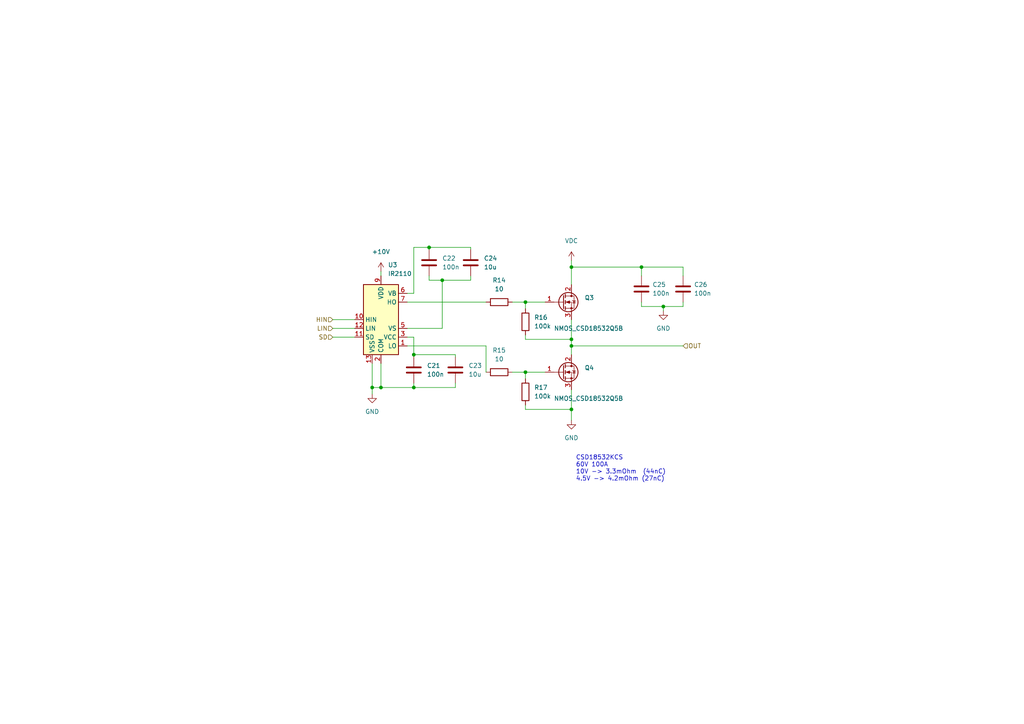
<source format=kicad_sch>
(kicad_sch (version 20211123) (generator eeschema)
  (paper "A4")
  (lib_symbols
    (symbol "Device:C" (pin_numbers hide) (pin_names (offset 0.254))
      (property "Reference" "C" (at 0.635 2.54 0))
      (property "Value" "C" (at 0.635 -2.54 0))
      (symbol "C_0_1"
        (polyline (pts (xy -2.032 -0.762) (xy 2.032 -0.762)) (stroke (width 0.508)))
        (polyline (pts (xy -2.032 0.762) (xy 2.032 0.762)) (stroke (width 0.508)))
      )
      (symbol "C_1_1"
        (pin passive line (at 0 3.81 270) (length 2.794) (name "~") (number "1"))
        (pin passive line (at 0 -3.81 90) (length 2.794) (name "~") (number "2"))
      )
    )
    (symbol "Device:Q_NMOS_GDS" (pin_names (offset 0) hide)
      (property "Reference" "Q" (at 5.08 1.27 0))
      (property "Value" "Q_NMOS_GDS" (at 5.08 -1.27 0))
      (symbol "Q_NMOS_GDS_0_1"
        (polyline (pts (xy 0.254 0) (xy -2.54 0)))
        (polyline (pts (xy 0.254 1.905) (xy 0.254 -1.905)) (stroke (width 0.254)))
        (polyline (pts (xy 0.762 -1.27) (xy 0.762 -2.286)) (stroke (width 0.254)))
        (polyline (pts (xy 0.762 0.508) (xy 0.762 -0.508)) (stroke (width 0.254)))
        (polyline (pts (xy 0.762 2.286) (xy 0.762 1.27)) (stroke (width 0.254)))
        (polyline (pts (xy 2.54 2.54) (xy 2.54 1.778)))
        (polyline (pts (xy 2.54 -2.54) (xy 2.54 0) (xy 0.762 0)))
        (polyline (pts (xy 0.762 -1.778) (xy 3.302 -1.778) (xy 3.302 1.778) (xy 0.762 1.778)))
        (polyline (pts (xy 1.016 0) (xy 2.032 0.381) (xy 2.032 -0.381) (xy 1.016 0)) (fill (type outline)))
        (polyline (pts (xy 2.794 0.508) (xy 2.921 0.381) (xy 3.683 0.381) (xy 3.81 0.254)))
        (polyline (pts (xy 3.302 0.381) (xy 2.921 -0.254) (xy 3.683 -0.254) (xy 3.302 0.381)))
        (circle (center 1.651 0) (radius 2.794) (stroke (width 0.254)))
        (circle (center 2.54 -1.778) (radius 0.254) (fill (type outline)))
        (circle (center 2.54 1.778) (radius 0.254) (fill (type outline)))
      )
      (symbol "Q_NMOS_GDS_1_1"
        (pin input line (at -5.08 0 0) (length 2.54) (name "G") (number "1"))
        (pin passive line (at 2.54 5.08 270) (length 2.54) (name "D") (number "2"))
        (pin passive line (at 2.54 -5.08 90) (length 2.54) (name "S") (number "3"))
      )
    )
    (symbol "Device:R" (pin_numbers hide) (pin_names (offset 0))
      (property "Reference" "R" (at 2.032 0 90))
      (property "Value" "R" (at 0 0 90))
      (symbol "R_0_1"
        (rectangle (start -1.016 -2.54) (end 1.016 2.54) (stroke (width 0.254)))
      )
      (symbol "R_1_1"
        (pin passive line (at 0 3.81 270) (length 1.27) (name "~") (number "1"))
        (pin passive line (at 0 -3.81 90) (length 1.27) (name "~") (number "2"))
      )
    )
    (symbol "Driver_FET:IR2110"
      (property "Reference" "U" (at 1.27 13.335 0))
      (property "Value" "IR2110" (at 1.27 11.43 0))
      (symbol "IR2110_0_1"
        (rectangle (start -5.08 -10.16) (end 5.08 10.16) (stroke (width 0.254)) (fill (type background)))
      )
      (symbol "IR2110_1_1"
        (pin output line (at 7.62 -7.62 180) (length 2.54) (name "LO") (number "1"))
        (pin input line (at -7.62 0 0) (length 2.54) (name "HIN") (number "10"))
        (pin input line (at -7.62 -5.08 0) (length 2.54) (name "SD") (number "11"))
        (pin input line (at -7.62 -2.54 0) (length 2.54) (name "LIN") (number "12"))
        (pin power_in line (at -2.54 -12.7 90) (length 2.54) (name "VSS") (number "13"))
        (pin no_connect line (at -5.08 2.54 0) (length 2.54) hide (name "NC") (number "14"))
        (pin power_in line (at 0 -12.7 90) (length 2.54) (name "COM") (number "2"))
        (pin power_in line (at 7.62 -5.08 180) (length 2.54) (name "VCC") (number "3"))
        (pin no_connect line (at -5.08 7.62 0) (length 2.54) hide (name "NC") (number "4"))
        (pin passive line (at 7.62 -2.54 180) (length 2.54) (name "VS") (number "5"))
        (pin passive line (at 7.62 7.62 180) (length 2.54) (name "VB") (number "6"))
        (pin output line (at 7.62 5.08 180) (length 2.54) (name "HO") (number "7"))
        (pin no_connect line (at -5.08 5.08 0) (length 2.54) hide (name "NC") (number "8"))
        (pin power_in line (at 0 12.7 270) (length 2.54) (name "VDD") (number "9"))
      )
    )
    (symbol "power:+10V" (power) (pin_names (offset 0))
      (property "Value" "+10V" (at 0 3.556 0))
      (symbol "+10V_0_1"
        (polyline (pts (xy -0.762 1.27) (xy 0 2.54)))
        (polyline (pts (xy 0 0) (xy 0 2.54)))
        (polyline (pts (xy 0 2.54) (xy 0.762 1.27)))
      )
      (symbol "+10V_1_1"
        (pin power_in line (at 0 0 90) (length 0) hide (name "+10V") (number "1"))
      )
    )
    (symbol "power:GND" (power) (pin_names (offset 0))
      (property "Value" "GND" (at 0 -3.81 0))
      (symbol "GND_0_1"
        (polyline (pts (xy 0 0) (xy 0 -1.27) (xy 1.27 -1.27) (xy 0 -2.54) (xy -1.27 -1.27) (xy 0 -1.27)))
      )
      (symbol "GND_1_1"
        (pin power_in line (at 0 0 270) (length 0) hide (name "GND") (number "1"))
      )
    )
    (symbol "power:VDC" (power) (pin_names (offset 0))
      (property "Value" "VDC" (at 0 6.35 0))
      (symbol "VDC_0_1"
        (polyline (pts (xy -0.762 1.27) (xy 0 2.54)))
        (polyline (pts (xy 0 0) (xy 0 2.54)))
        (polyline (pts (xy 0 2.54) (xy 0.762 1.27)))
      )
      (symbol "VDC_1_1"
        (pin power_in line (at 0 0 90) (length 0) hide (name "VDC") (number "1"))
      )
    )
  )
  (junction (at 165.735 98.425))
  (junction (at 186.055 77.47))
  (junction (at 120.015 102.87))
  (junction (at 152.4 87.63))
  (junction (at 124.46 71.755))
  (junction (at 165.735 118.745))
  (junction (at 128.27 81.28))
  (junction (at 107.95 112.395))
  (junction (at 120.015 112.395))
  (junction (at 165.735 100.33))
  (junction (at 192.405 88.9))
  (junction (at 152.4 107.95))
  (junction (at 110.49 112.395))
  (junction (at 165.735 77.47))
  (wire (pts (xy 140.97 100.33) (xy 118.11 100.33)))
  (wire (pts (xy 110.49 78.74) (xy 110.49 80.01)))
  (wire (pts (xy 136.525 80.01) (xy 136.525 81.28)))
  (wire (pts (xy 165.735 98.425) (xy 165.735 100.33)))
  (wire (pts (xy 152.4 118.745) (xy 165.735 118.745)))
  (wire (pts (xy 152.4 117.475) (xy 152.4 118.745)))
  (wire (pts (xy 140.97 107.95) (xy 140.97 100.33)))
  (wire (pts (xy 198.12 87.63) (xy 198.12 88.9)))
  (wire (pts (xy 110.49 112.395) (xy 120.015 112.395)))
  (wire (pts (xy 165.735 100.33) (xy 198.12 100.33)))
  (wire (pts (xy 110.49 105.41) (xy 110.49 112.395)))
  (wire (pts (xy 120.015 112.395) (xy 132.08 112.395)))
  (wire (pts (xy 120.015 102.87) (xy 132.08 102.87)))
  (wire (pts (xy 165.735 77.47) (xy 186.055 77.47)))
  (wire (pts (xy 124.46 81.28) (xy 124.46 80.01)))
  (wire (pts (xy 107.95 105.41) (xy 107.95 112.395)))
  (wire (pts (xy 198.12 88.9) (xy 192.405 88.9)))
  (wire (pts (xy 165.735 118.745) (xy 165.735 121.92)))
  (wire (pts (xy 198.12 80.01) (xy 198.12 77.47)))
  (wire (pts (xy 165.735 113.03) (xy 165.735 118.745)))
  (wire (pts (xy 132.08 111.125) (xy 132.08 112.395)))
  (wire (pts (xy 96.52 97.79) (xy 102.87 97.79)))
  (wire (pts (xy 118.11 87.63) (xy 140.97 87.63)))
  (wire (pts (xy 120.015 71.755) (xy 120.015 85.09)))
  (wire (pts (xy 120.015 112.395) (xy 120.015 111.125)))
  (wire (pts (xy 128.27 95.25) (xy 128.27 81.28)))
  (wire (pts (xy 152.4 97.155) (xy 152.4 98.425)))
  (wire (pts (xy 132.08 102.87) (xy 132.08 103.505)))
  (wire (pts (xy 118.11 97.79) (xy 120.015 97.79)))
  (wire (pts (xy 148.59 87.63) (xy 152.4 87.63)))
  (wire (pts (xy 120.015 71.755) (xy 124.46 71.755)))
  (wire (pts (xy 198.12 77.47) (xy 186.055 77.47)))
  (wire (pts (xy 118.11 95.25) (xy 128.27 95.25)))
  (wire (pts (xy 96.52 95.25) (xy 102.87 95.25)))
  (wire (pts (xy 165.735 92.71) (xy 165.735 98.425)))
  (wire (pts (xy 192.405 90.17) (xy 192.405 88.9)))
  (wire (pts (xy 96.52 92.71) (xy 102.87 92.71)))
  (wire (pts (xy 186.055 88.9) (xy 186.055 87.63)))
  (wire (pts (xy 152.4 98.425) (xy 165.735 98.425)))
  (wire (pts (xy 124.46 71.755) (xy 136.525 71.755)))
  (wire (pts (xy 136.525 71.755) (xy 136.525 72.39)))
  (wire (pts (xy 120.015 102.87) (xy 120.015 103.505)))
  (wire (pts (xy 128.27 81.28) (xy 136.525 81.28)))
  (wire (pts (xy 186.055 77.47) (xy 186.055 80.01)))
  (wire (pts (xy 120.015 97.79) (xy 120.015 102.87)))
  (wire (pts (xy 152.4 87.63) (xy 158.115 87.63)))
  (wire (pts (xy 107.95 112.395) (xy 107.95 114.3)))
  (wire (pts (xy 152.4 87.63) (xy 152.4 89.535)))
  (wire (pts (xy 165.735 75.565) (xy 165.735 77.47)))
  (wire (pts (xy 152.4 107.95) (xy 152.4 109.855)))
  (wire (pts (xy 152.4 107.95) (xy 158.115 107.95)))
  (wire (pts (xy 148.59 107.95) (xy 152.4 107.95)))
  (wire (pts (xy 165.735 100.33) (xy 165.735 102.87)))
  (wire (pts (xy 192.405 88.9) (xy 186.055 88.9)))
  (wire (pts (xy 124.46 81.28) (xy 128.27 81.28)))
  (wire (pts (xy 107.95 112.395) (xy 110.49 112.395)))
  (wire (pts (xy 165.735 77.47) (xy 165.735 82.55)))
  (wire (pts (xy 118.11 85.09) (xy 120.015 85.09)))
  (wire (pts (xy 124.46 71.755) (xy 124.46 72.39)))
  (text "CSD18532KCS\n60V 100A\n10V -> 3.3mOhm  (44nC)\n4.5V -> 4.2mOhm (27nC)\n" (at 167.005 139.7 0) (effects (font (size 1.27 1.27)) (justify left bottom)))
  (hierarchical_label "OUT" (shape input) (at 198.12 100.33 0))
  (hierarchical_label "LIN" (shape input) (at 96.52 95.25 180))
  (hierarchical_label "SD" (shape input) (at 96.52 97.79 180))
  (hierarchical_label "HIN" (shape input) (at 96.52 92.71 180))
  (symbol (lib_id "Device:Q_NMOS_GDS") (at 163.195 107.95 0)
    (property "Reference" "Q4" (at 169.545 106.6799 0) (effects (justify left)))
    (property "Value" "NMOS_CSD18532Q5B" (at 160.655 115.57 0) (effects (justify left)))
    (property "Footprint" "Package_TO_SOT_THT:TO-220-3_Horizontal_TabUp" (effects hide))
    (property "Spice_Primitive" "M" (effects hide))
    (property "Spice_Model" "NMOS_CSD18532Q5B" (effects hide))
    (property "Spice_Netlist_Enabled" "N" (effects hide))
  )
  (symbol (lib_id "power:VDC") (at 165.735 75.565 0)
    (property "Reference" "#PWR025" (effects hide))
    (property "Value" "VDC" (at 165.735 69.85 0))
  )
  (symbol (lib_id "Device:Q_NMOS_GDS") (at 163.195 87.63 0)
    (property "Reference" "Q3" (at 169.545 86.3599 0) (effects (justify left)))
    (property "Value" "NMOS_CSD18532Q5B" (at 160.655 95.25 0) (effects (justify left)))
    (property "Footprint" "Package_TO_SOT_THT:TO-220-3_Horizontal_TabUp" (effects hide))
    (property "Spice_Primitive" "M" (effects hide))
    (property "Spice_Model" "NMOS_CSD18532Q5B" (effects hide))
    (property "Spice_Netlist_Enabled" "N" (effects hide))
  )
  (symbol (lib_id "Device:C") (at 124.46 76.2 0)
    (property "Reference" "C22" (at 128.27 74.9299 0) (effects (justify left)))
    (property "Value" "100n" (at 128.27 77.4699 0) (effects (justify left)))
    (property "Spice_Primitive" "C" (effects hide))
    (property "Spice_Model" "100n" (effects hide))
    (property "Spice_Netlist_Enabled" "N" (effects hide))
  )
  (symbol (lib_id "Device:C") (at 120.015 107.315 0)
    (property "Reference" "C21" (at 123.825 106.0449 0) (effects (justify left)))
    (property "Value" "100n" (at 123.825 108.5849 0) (effects (justify left)))
    (property "Spice_Primitive" "C" (effects hide))
    (property "Spice_Model" "100n" (effects hide))
    (property "Spice_Netlist_Enabled" "N" (effects hide))
  )
  (symbol (lib_id "Device:C") (at 186.055 83.82 0)
    (property "Reference" "C25" (at 189.23 82.5499 0) (effects (justify left)))
    (property "Value" "100n" (at 189.23 85.0899 0) (effects (justify left)))
  )
  (symbol (lib_id "Driver_FET:IR2110") (at 110.49 92.71 0)
    (property "Reference" "U3" (at 112.5094 76.835 0) (effects (justify left)))
    (property "Value" "IR2110" (at 112.5094 79.375 0) (effects (justify left)))
    (property "Footprint" "Package_DIP:DIP-14_W7.62mm" (effects hide))
    (property "Datasheet" "https://www.infineon.com/dgdl/ir2110.pdf?fileId=5546d462533600a4015355c80333167e" (effects hide))
    (property "Spice_Primitive" "R" (effects hide))
    (property "Spice_Netlist_Enabled" "N" (effects hide))
    (property "Spice_Model" "IR2110" (effects hide))
  )
  (symbol (lib_id "Device:R") (at 152.4 93.345 0)
    (property "Reference" "R16" (at 154.94 92.0749 0) (effects (justify left)))
    (property "Value" "100k" (at 154.94 94.6149 0) (effects (justify left)))
    (property "Footprint" "Resistor_THT:R_Axial_DIN0207_L6.3mm_D2.5mm_P10.16mm_Horizontal" (effects hide))
    (property "Spice_Primitive" "R" (effects hide))
    (property "Spice_Model" "100k" (effects hide))
    (property "Spice_Netlist_Enabled" "N" (effects hide))
  )
  (symbol (lib_id "Device:R") (at 144.78 87.63 90)
    (property "Reference" "R14" (at 144.78 81.28 90))
    (property "Value" "10" (at 144.78 83.82 90))
    (property "Footprint" "Resistor_THT:R_Axial_DIN0207_L6.3mm_D2.5mm_P10.16mm_Horizontal" (effects hide))
    (property "Spice_Primitive" "R" (effects hide))
    (property "Spice_Model" "10" (effects hide))
    (property "Spice_Netlist_Enabled" "N" (effects hide))
  )
  (symbol (lib_id "power:GND") (at 165.735 121.92 0)
    (property "Reference" "#PWR026" (effects hide))
    (property "Value" "GND" (at 165.735 127 0))
  )
  (symbol (lib_id "power:GND") (at 192.405 90.17 0)
    (property "Reference" "#PWR027" (effects hide))
    (property "Value" "GND" (at 192.405 95.25 0))
  )
  (symbol (lib_id "Device:C") (at 198.12 83.82 0)
    (property "Reference" "C26" (at 201.295 82.5499 0) (effects (justify left)))
    (property "Value" "100n" (at 201.295 85.0899 0) (effects (justify left)))
  )
  (symbol (lib_id "Device:R") (at 144.78 107.95 90)
    (property "Reference" "R15" (at 144.78 101.6 90))
    (property "Value" "10" (at 144.78 104.14 90))
    (property "Footprint" "Resistor_THT:R_Axial_DIN0207_L6.3mm_D2.5mm_P10.16mm_Horizontal" (effects hide))
    (property "Spice_Primitive" "R" (effects hide))
    (property "Spice_Model" "10" (effects hide))
    (property "Spice_Netlist_Enabled" "N" (effects hide))
  )
  (symbol (lib_id "power:+10V") (at 110.49 78.74 0)
    (property "Reference" "#PWR024" (effects hide))
    (property "Value" "+10V" (at 110.49 73.025 0))
  )
  (symbol (lib_id "Device:R") (at 152.4 113.665 0)
    (property "Reference" "R17" (at 154.94 112.3949 0) (effects (justify left)))
    (property "Value" "100k" (at 154.94 114.9349 0) (effects (justify left)))
    (property "Footprint" "Resistor_THT:R_Axial_DIN0207_L6.3mm_D2.5mm_P10.16mm_Horizontal" (effects hide))
  )
  (symbol (lib_id "Device:C") (at 136.525 76.2 0)
    (property "Reference" "C24" (at 140.335 74.9299 0) (effects (justify left)))
    (property "Value" "10u" (at 140.335 77.4699 0) (effects (justify left)))
    (property "Spice_Primitive" "C" (effects hide))
    (property "Spice_Model" "10u" (effects hide))
    (property "Spice_Netlist_Enabled" "N" (effects hide))
  )
  (symbol (lib_id "Device:C") (at 132.08 107.315 0)
    (property "Reference" "C23" (at 135.89 106.0449 0) (effects (justify left)))
    (property "Value" "10u" (at 135.89 108.5849 0) (effects (justify left)))
    (property "Spice_Primitive" "C" (effects hide))
    (property "Spice_Model" "10u" (effects hide))
    (property "Spice_Netlist_Enabled" "N" (effects hide))
  )
  (symbol (lib_id "power:GND") (at 107.95 114.3 0)
    (property "Reference" "#PWR023" (effects hide))
    (property "Value" "GND" (at 107.95 119.38 0))
  )
)
</source>
